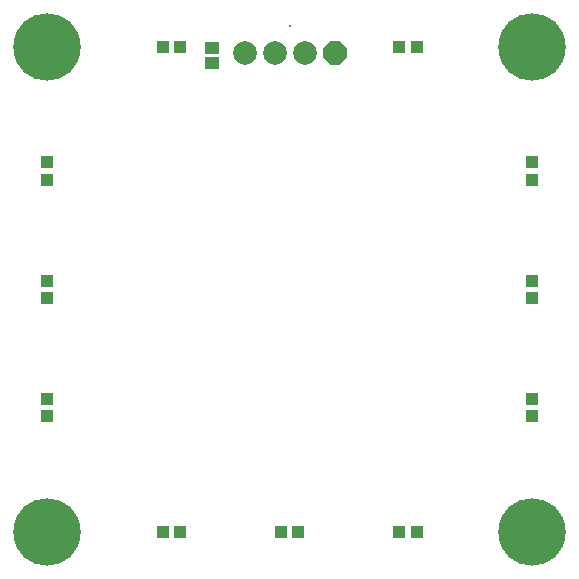
<source format=gts>
G04 Layer_Color=8388736*
%FSLAX44Y44*%
%MOMM*%
G71*
G01*
G75*
%ADD21R,1.0032X1.0032*%
%ADD22R,1.0032X1.0032*%
%ADD23R,1.1532X1.0532*%
G04:AMPARAMS|DCode=24|XSize=0.2032mm|YSize=0.2032mm|CornerRadius=0mm|HoleSize=0mm|Usage=FLASHONLY|Rotation=180.000|XOffset=0mm|YOffset=0mm|HoleType=Round|Shape=RoundedRectangle|*
%AMROUNDEDRECTD24*
21,1,0.2032,0.2032,0,0,180.0*
21,1,0.2032,0.2032,0,0,180.0*
1,1,0.0000,-0.1016,0.1016*
1,1,0.0000,0.1016,0.1016*
1,1,0.0000,0.1016,-0.1016*
1,1,0.0000,-0.1016,-0.1016*
%
%ADD24ROUNDEDRECTD24*%
%ADD25P,2.1683X8X202.5*%
%ADD26C,2.0032*%
%ADD27C,5.7032*%
D21*
X45000Y357500D02*
D03*
Y342500D02*
D03*
X45000Y257500D02*
D03*
Y242500D02*
D03*
X45000Y157500D02*
D03*
Y142500D02*
D03*
X455000Y357500D02*
D03*
X455000Y342500D02*
D03*
X455000Y257500D02*
D03*
Y242500D02*
D03*
Y157500D02*
D03*
Y142500D02*
D03*
D22*
X157500Y455000D02*
D03*
X142500Y455000D02*
D03*
X357500D02*
D03*
X342500Y455000D02*
D03*
X357500Y45000D02*
D03*
X342500D02*
D03*
X257500D02*
D03*
X242501D02*
D03*
X157500D02*
D03*
X142500D02*
D03*
D23*
X184000Y454500D02*
D03*
Y441500D02*
D03*
D24*
X250000Y472800D02*
D03*
D25*
X288100Y450000D02*
D03*
D26*
X262700D02*
D03*
X237300D02*
D03*
X211900D02*
D03*
D27*
X45000Y45000D02*
D03*
X455000Y455000D02*
D03*
X45000D02*
D03*
X455000Y45000D02*
D03*
M02*

</source>
